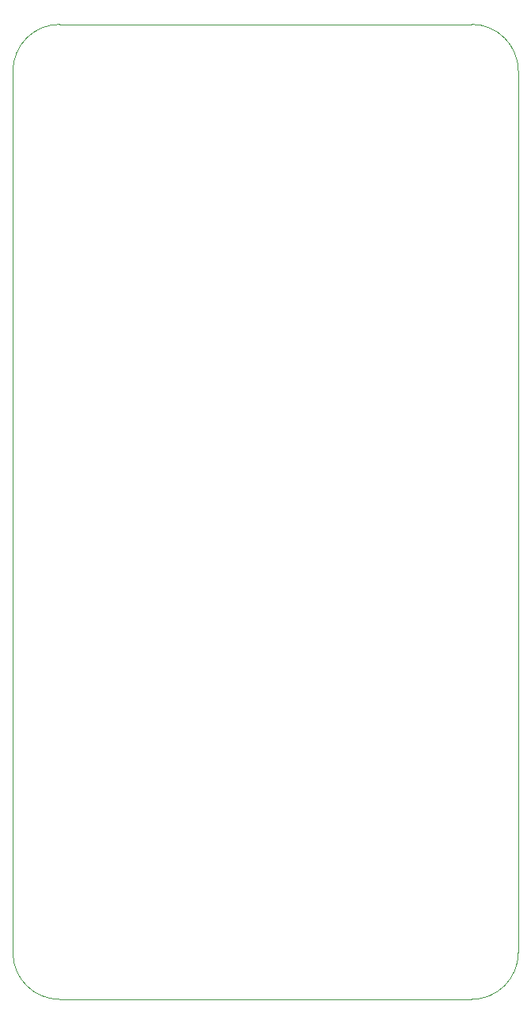
<source format=gbr>
%TF.GenerationSoftware,KiCad,Pcbnew,5.1.9-5.1.9*%
%TF.CreationDate,2021-05-17T13:06:36+03:00*%
%TF.ProjectId,lpf,6c70662e-6b69-4636-9164-5f7063625858,rev?*%
%TF.SameCoordinates,Original*%
%TF.FileFunction,Profile,NP*%
%FSLAX46Y46*%
G04 Gerber Fmt 4.6, Leading zero omitted, Abs format (unit mm)*
G04 Created by KiCad (PCBNEW 5.1.9-5.1.9) date 2021-05-17 13:06:36*
%MOMM*%
%LPD*%
G01*
G04 APERTURE LIST*
%TA.AperFunction,Profile*%
%ADD10C,0.050000*%
%TD*%
G04 APERTURE END LIST*
D10*
X117000000Y-155000000D02*
X161000000Y-155000000D01*
X112000000Y-56000000D02*
X112000000Y-150000000D01*
X161000000Y-51000000D02*
X117000000Y-51000000D01*
X166000000Y-150000000D02*
X166000000Y-56000000D01*
X166000000Y-150000000D02*
G75*
G02*
X161000000Y-155000000I-5000000J0D01*
G01*
X117000000Y-155000000D02*
G75*
G02*
X112000000Y-150000000I0J5000000D01*
G01*
X112000000Y-56000000D02*
G75*
G02*
X117000000Y-51000000I5000000J0D01*
G01*
X161000000Y-51000000D02*
G75*
G02*
X166000000Y-56000000I0J-5000000D01*
G01*
M02*

</source>
